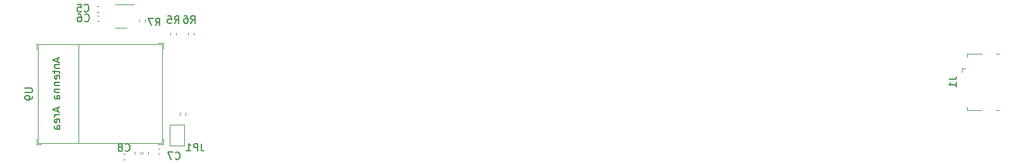
<source format=gbr>
%TF.GenerationSoftware,KiCad,Pcbnew,7.0.9*%
%TF.CreationDate,2024-01-25T00:03:06-08:00*%
%TF.ProjectId,Max7219_FC16,4d617837-3231-4395-9f46-4331362e6b69,rev?*%
%TF.SameCoordinates,Original*%
%TF.FileFunction,Legend,Bot*%
%TF.FilePolarity,Positive*%
%FSLAX46Y46*%
G04 Gerber Fmt 4.6, Leading zero omitted, Abs format (unit mm)*
G04 Created by KiCad (PCBNEW 7.0.9) date 2024-01-25 00:03:06*
%MOMM*%
%LPD*%
G01*
G04 APERTURE LIST*
%ADD10C,0.150000*%
%ADD11C,0.120000*%
G04 APERTURE END LIST*
D10*
X51125333Y-61253019D02*
X51125333Y-61967304D01*
X51125333Y-61967304D02*
X51172952Y-62110161D01*
X51172952Y-62110161D02*
X51268190Y-62205400D01*
X51268190Y-62205400D02*
X51411047Y-62253019D01*
X51411047Y-62253019D02*
X51506285Y-62253019D01*
X50649142Y-62253019D02*
X50649142Y-61253019D01*
X50649142Y-61253019D02*
X50268190Y-61253019D01*
X50268190Y-61253019D02*
X50172952Y-61300638D01*
X50172952Y-61300638D02*
X50125333Y-61348257D01*
X50125333Y-61348257D02*
X50077714Y-61443495D01*
X50077714Y-61443495D02*
X50077714Y-61586352D01*
X50077714Y-61586352D02*
X50125333Y-61681590D01*
X50125333Y-61681590D02*
X50172952Y-61729209D01*
X50172952Y-61729209D02*
X50268190Y-61776828D01*
X50268190Y-61776828D02*
X50649142Y-61776828D01*
X49125333Y-62253019D02*
X49696761Y-62253019D01*
X49411047Y-62253019D02*
X49411047Y-61253019D01*
X49411047Y-61253019D02*
X49506285Y-61395876D01*
X49506285Y-61395876D02*
X49601523Y-61491114D01*
X49601523Y-61491114D02*
X49696761Y-61538733D01*
X151093419Y-52666666D02*
X151807704Y-52666666D01*
X151807704Y-52666666D02*
X151950561Y-52619047D01*
X151950561Y-52619047D02*
X152045800Y-52523809D01*
X152045800Y-52523809D02*
X152093419Y-52380952D01*
X152093419Y-52380952D02*
X152093419Y-52285714D01*
X152093419Y-53666666D02*
X152093419Y-53095238D01*
X152093419Y-53380952D02*
X151093419Y-53380952D01*
X151093419Y-53380952D02*
X151236276Y-53285714D01*
X151236276Y-53285714D02*
X151331514Y-53190476D01*
X151331514Y-53190476D02*
X151379133Y-53095238D01*
X40956466Y-62206580D02*
X41004085Y-62254200D01*
X41004085Y-62254200D02*
X41146942Y-62301819D01*
X41146942Y-62301819D02*
X41242180Y-62301819D01*
X41242180Y-62301819D02*
X41385037Y-62254200D01*
X41385037Y-62254200D02*
X41480275Y-62158961D01*
X41480275Y-62158961D02*
X41527894Y-62063723D01*
X41527894Y-62063723D02*
X41575513Y-61873247D01*
X41575513Y-61873247D02*
X41575513Y-61730390D01*
X41575513Y-61730390D02*
X41527894Y-61539914D01*
X41527894Y-61539914D02*
X41480275Y-61444676D01*
X41480275Y-61444676D02*
X41385037Y-61349438D01*
X41385037Y-61349438D02*
X41242180Y-61301819D01*
X41242180Y-61301819D02*
X41146942Y-61301819D01*
X41146942Y-61301819D02*
X41004085Y-61349438D01*
X41004085Y-61349438D02*
X40956466Y-61397057D01*
X40385037Y-61730390D02*
X40480275Y-61682771D01*
X40480275Y-61682771D02*
X40527894Y-61635152D01*
X40527894Y-61635152D02*
X40575513Y-61539914D01*
X40575513Y-61539914D02*
X40575513Y-61492295D01*
X40575513Y-61492295D02*
X40527894Y-61397057D01*
X40527894Y-61397057D02*
X40480275Y-61349438D01*
X40480275Y-61349438D02*
X40385037Y-61301819D01*
X40385037Y-61301819D02*
X40194561Y-61301819D01*
X40194561Y-61301819D02*
X40099323Y-61349438D01*
X40099323Y-61349438D02*
X40051704Y-61397057D01*
X40051704Y-61397057D02*
X40004085Y-61492295D01*
X40004085Y-61492295D02*
X40004085Y-61539914D01*
X40004085Y-61539914D02*
X40051704Y-61635152D01*
X40051704Y-61635152D02*
X40099323Y-61682771D01*
X40099323Y-61682771D02*
X40194561Y-61730390D01*
X40194561Y-61730390D02*
X40385037Y-61730390D01*
X40385037Y-61730390D02*
X40480275Y-61778009D01*
X40480275Y-61778009D02*
X40527894Y-61825628D01*
X40527894Y-61825628D02*
X40575513Y-61920866D01*
X40575513Y-61920866D02*
X40575513Y-62111342D01*
X40575513Y-62111342D02*
X40527894Y-62206580D01*
X40527894Y-62206580D02*
X40480275Y-62254200D01*
X40480275Y-62254200D02*
X40385037Y-62301819D01*
X40385037Y-62301819D02*
X40194561Y-62301819D01*
X40194561Y-62301819D02*
X40099323Y-62254200D01*
X40099323Y-62254200D02*
X40051704Y-62206580D01*
X40051704Y-62206580D02*
X40004085Y-62111342D01*
X40004085Y-62111342D02*
X40004085Y-61920866D01*
X40004085Y-61920866D02*
X40051704Y-61825628D01*
X40051704Y-61825628D02*
X40099323Y-61778009D01*
X40099323Y-61778009D02*
X40194561Y-61730390D01*
X47664666Y-63300780D02*
X47712285Y-63348400D01*
X47712285Y-63348400D02*
X47855142Y-63396019D01*
X47855142Y-63396019D02*
X47950380Y-63396019D01*
X47950380Y-63396019D02*
X48093237Y-63348400D01*
X48093237Y-63348400D02*
X48188475Y-63253161D01*
X48188475Y-63253161D02*
X48236094Y-63157923D01*
X48236094Y-63157923D02*
X48283713Y-62967447D01*
X48283713Y-62967447D02*
X48283713Y-62824590D01*
X48283713Y-62824590D02*
X48236094Y-62634114D01*
X48236094Y-62634114D02*
X48188475Y-62538876D01*
X48188475Y-62538876D02*
X48093237Y-62443638D01*
X48093237Y-62443638D02*
X47950380Y-62396019D01*
X47950380Y-62396019D02*
X47855142Y-62396019D01*
X47855142Y-62396019D02*
X47712285Y-62443638D01*
X47712285Y-62443638D02*
X47664666Y-62491257D01*
X47331332Y-62396019D02*
X46664666Y-62396019D01*
X46664666Y-62396019D02*
X47093237Y-63396019D01*
X44997666Y-45493019D02*
X45330999Y-45016828D01*
X45569094Y-45493019D02*
X45569094Y-44493019D01*
X45569094Y-44493019D02*
X45188142Y-44493019D01*
X45188142Y-44493019D02*
X45092904Y-44540638D01*
X45092904Y-44540638D02*
X45045285Y-44588257D01*
X45045285Y-44588257D02*
X44997666Y-44683495D01*
X44997666Y-44683495D02*
X44997666Y-44826352D01*
X44997666Y-44826352D02*
X45045285Y-44921590D01*
X45045285Y-44921590D02*
X45092904Y-44969209D01*
X45092904Y-44969209D02*
X45188142Y-45016828D01*
X45188142Y-45016828D02*
X45569094Y-45016828D01*
X44664332Y-44493019D02*
X43997666Y-44493019D01*
X43997666Y-44493019D02*
X44426237Y-45493019D01*
X49722066Y-45158819D02*
X50055399Y-44682628D01*
X50293494Y-45158819D02*
X50293494Y-44158819D01*
X50293494Y-44158819D02*
X49912542Y-44158819D01*
X49912542Y-44158819D02*
X49817304Y-44206438D01*
X49817304Y-44206438D02*
X49769685Y-44254057D01*
X49769685Y-44254057D02*
X49722066Y-44349295D01*
X49722066Y-44349295D02*
X49722066Y-44492152D01*
X49722066Y-44492152D02*
X49769685Y-44587390D01*
X49769685Y-44587390D02*
X49817304Y-44635009D01*
X49817304Y-44635009D02*
X49912542Y-44682628D01*
X49912542Y-44682628D02*
X50293494Y-44682628D01*
X48864923Y-44158819D02*
X49055399Y-44158819D01*
X49055399Y-44158819D02*
X49150637Y-44206438D01*
X49150637Y-44206438D02*
X49198256Y-44254057D01*
X49198256Y-44254057D02*
X49293494Y-44396914D01*
X49293494Y-44396914D02*
X49341113Y-44587390D01*
X49341113Y-44587390D02*
X49341113Y-44968342D01*
X49341113Y-44968342D02*
X49293494Y-45063580D01*
X49293494Y-45063580D02*
X49245875Y-45111200D01*
X49245875Y-45111200D02*
X49150637Y-45158819D01*
X49150637Y-45158819D02*
X48960161Y-45158819D01*
X48960161Y-45158819D02*
X48864923Y-45111200D01*
X48864923Y-45111200D02*
X48817304Y-45063580D01*
X48817304Y-45063580D02*
X48769685Y-44968342D01*
X48769685Y-44968342D02*
X48769685Y-44730247D01*
X48769685Y-44730247D02*
X48817304Y-44635009D01*
X48817304Y-44635009D02*
X48864923Y-44587390D01*
X48864923Y-44587390D02*
X48960161Y-44539771D01*
X48960161Y-44539771D02*
X49150637Y-44539771D01*
X49150637Y-44539771D02*
X49245875Y-44587390D01*
X49245875Y-44587390D02*
X49293494Y-44635009D01*
X49293494Y-44635009D02*
X49341113Y-44730247D01*
X47537666Y-45184219D02*
X47870999Y-44708028D01*
X48109094Y-45184219D02*
X48109094Y-44184219D01*
X48109094Y-44184219D02*
X47728142Y-44184219D01*
X47728142Y-44184219D02*
X47632904Y-44231838D01*
X47632904Y-44231838D02*
X47585285Y-44279457D01*
X47585285Y-44279457D02*
X47537666Y-44374695D01*
X47537666Y-44374695D02*
X47537666Y-44517552D01*
X47537666Y-44517552D02*
X47585285Y-44612790D01*
X47585285Y-44612790D02*
X47632904Y-44660409D01*
X47632904Y-44660409D02*
X47728142Y-44708028D01*
X47728142Y-44708028D02*
X48109094Y-44708028D01*
X46632904Y-44184219D02*
X47109094Y-44184219D01*
X47109094Y-44184219D02*
X47156713Y-44660409D01*
X47156713Y-44660409D02*
X47109094Y-44612790D01*
X47109094Y-44612790D02*
X47013856Y-44565171D01*
X47013856Y-44565171D02*
X46775761Y-44565171D01*
X46775761Y-44565171D02*
X46680523Y-44612790D01*
X46680523Y-44612790D02*
X46632904Y-44660409D01*
X46632904Y-44660409D02*
X46585285Y-44755647D01*
X46585285Y-44755647D02*
X46585285Y-44993742D01*
X46585285Y-44993742D02*
X46632904Y-45088980D01*
X46632904Y-45088980D02*
X46680523Y-45136600D01*
X46680523Y-45136600D02*
X46775761Y-45184219D01*
X46775761Y-45184219D02*
X47013856Y-45184219D01*
X47013856Y-45184219D02*
X47109094Y-45136600D01*
X47109094Y-45136600D02*
X47156713Y-45088980D01*
X35518266Y-44860380D02*
X35565885Y-44908000D01*
X35565885Y-44908000D02*
X35708742Y-44955619D01*
X35708742Y-44955619D02*
X35803980Y-44955619D01*
X35803980Y-44955619D02*
X35946837Y-44908000D01*
X35946837Y-44908000D02*
X36042075Y-44812761D01*
X36042075Y-44812761D02*
X36089694Y-44717523D01*
X36089694Y-44717523D02*
X36137313Y-44527047D01*
X36137313Y-44527047D02*
X36137313Y-44384190D01*
X36137313Y-44384190D02*
X36089694Y-44193714D01*
X36089694Y-44193714D02*
X36042075Y-44098476D01*
X36042075Y-44098476D02*
X35946837Y-44003238D01*
X35946837Y-44003238D02*
X35803980Y-43955619D01*
X35803980Y-43955619D02*
X35708742Y-43955619D01*
X35708742Y-43955619D02*
X35565885Y-44003238D01*
X35565885Y-44003238D02*
X35518266Y-44050857D01*
X34661123Y-43955619D02*
X34851599Y-43955619D01*
X34851599Y-43955619D02*
X34946837Y-44003238D01*
X34946837Y-44003238D02*
X34994456Y-44050857D01*
X34994456Y-44050857D02*
X35089694Y-44193714D01*
X35089694Y-44193714D02*
X35137313Y-44384190D01*
X35137313Y-44384190D02*
X35137313Y-44765142D01*
X35137313Y-44765142D02*
X35089694Y-44860380D01*
X35089694Y-44860380D02*
X35042075Y-44908000D01*
X35042075Y-44908000D02*
X34946837Y-44955619D01*
X34946837Y-44955619D02*
X34756361Y-44955619D01*
X34756361Y-44955619D02*
X34661123Y-44908000D01*
X34661123Y-44908000D02*
X34613504Y-44860380D01*
X34613504Y-44860380D02*
X34565885Y-44765142D01*
X34565885Y-44765142D02*
X34565885Y-44527047D01*
X34565885Y-44527047D02*
X34613504Y-44431809D01*
X34613504Y-44431809D02*
X34661123Y-44384190D01*
X34661123Y-44384190D02*
X34756361Y-44336571D01*
X34756361Y-44336571D02*
X34946837Y-44336571D01*
X34946837Y-44336571D02*
X35042075Y-44384190D01*
X35042075Y-44384190D02*
X35089694Y-44431809D01*
X35089694Y-44431809D02*
X35137313Y-44527047D01*
X35467466Y-43539580D02*
X35515085Y-43587200D01*
X35515085Y-43587200D02*
X35657942Y-43634819D01*
X35657942Y-43634819D02*
X35753180Y-43634819D01*
X35753180Y-43634819D02*
X35896037Y-43587200D01*
X35896037Y-43587200D02*
X35991275Y-43491961D01*
X35991275Y-43491961D02*
X36038894Y-43396723D01*
X36038894Y-43396723D02*
X36086513Y-43206247D01*
X36086513Y-43206247D02*
X36086513Y-43063390D01*
X36086513Y-43063390D02*
X36038894Y-42872914D01*
X36038894Y-42872914D02*
X35991275Y-42777676D01*
X35991275Y-42777676D02*
X35896037Y-42682438D01*
X35896037Y-42682438D02*
X35753180Y-42634819D01*
X35753180Y-42634819D02*
X35657942Y-42634819D01*
X35657942Y-42634819D02*
X35515085Y-42682438D01*
X35515085Y-42682438D02*
X35467466Y-42730057D01*
X34562704Y-42634819D02*
X35038894Y-42634819D01*
X35038894Y-42634819D02*
X35086513Y-43111009D01*
X35086513Y-43111009D02*
X35038894Y-43063390D01*
X35038894Y-43063390D02*
X34943656Y-43015771D01*
X34943656Y-43015771D02*
X34705561Y-43015771D01*
X34705561Y-43015771D02*
X34610323Y-43063390D01*
X34610323Y-43063390D02*
X34562704Y-43111009D01*
X34562704Y-43111009D02*
X34515085Y-43206247D01*
X34515085Y-43206247D02*
X34515085Y-43444342D01*
X34515085Y-43444342D02*
X34562704Y-43539580D01*
X34562704Y-43539580D02*
X34610323Y-43587200D01*
X34610323Y-43587200D02*
X34705561Y-43634819D01*
X34705561Y-43634819D02*
X34943656Y-43634819D01*
X34943656Y-43634819D02*
X35038894Y-43587200D01*
X35038894Y-43587200D02*
X35086513Y-43539580D01*
X27546819Y-53838095D02*
X28356342Y-53838095D01*
X28356342Y-53838095D02*
X28451580Y-53885714D01*
X28451580Y-53885714D02*
X28499200Y-53933333D01*
X28499200Y-53933333D02*
X28546819Y-54028571D01*
X28546819Y-54028571D02*
X28546819Y-54219047D01*
X28546819Y-54219047D02*
X28499200Y-54314285D01*
X28499200Y-54314285D02*
X28451580Y-54361904D01*
X28451580Y-54361904D02*
X28356342Y-54409523D01*
X28356342Y-54409523D02*
X27546819Y-54409523D01*
X28546819Y-54933333D02*
X28546819Y-55123809D01*
X28546819Y-55123809D02*
X28499200Y-55219047D01*
X28499200Y-55219047D02*
X28451580Y-55266666D01*
X28451580Y-55266666D02*
X28308723Y-55361904D01*
X28308723Y-55361904D02*
X28118247Y-55409523D01*
X28118247Y-55409523D02*
X27737295Y-55409523D01*
X27737295Y-55409523D02*
X27642057Y-55361904D01*
X27642057Y-55361904D02*
X27594438Y-55314285D01*
X27594438Y-55314285D02*
X27546819Y-55219047D01*
X27546819Y-55219047D02*
X27546819Y-55028571D01*
X27546819Y-55028571D02*
X27594438Y-54933333D01*
X27594438Y-54933333D02*
X27642057Y-54885714D01*
X27642057Y-54885714D02*
X27737295Y-54838095D01*
X27737295Y-54838095D02*
X27975390Y-54838095D01*
X27975390Y-54838095D02*
X28070628Y-54885714D01*
X28070628Y-54885714D02*
X28118247Y-54933333D01*
X28118247Y-54933333D02*
X28165866Y-55028571D01*
X28165866Y-55028571D02*
X28165866Y-55219047D01*
X28165866Y-55219047D02*
X28118247Y-55314285D01*
X28118247Y-55314285D02*
X28070628Y-55361904D01*
X28070628Y-55361904D02*
X27975390Y-55409523D01*
X31911104Y-49838094D02*
X31911104Y-50314284D01*
X32196819Y-49742856D02*
X31196819Y-50076189D01*
X31196819Y-50076189D02*
X32196819Y-50409522D01*
X31530152Y-50742856D02*
X32196819Y-50742856D01*
X31625390Y-50742856D02*
X31577771Y-50790475D01*
X31577771Y-50790475D02*
X31530152Y-50885713D01*
X31530152Y-50885713D02*
X31530152Y-51028570D01*
X31530152Y-51028570D02*
X31577771Y-51123808D01*
X31577771Y-51123808D02*
X31673009Y-51171427D01*
X31673009Y-51171427D02*
X32196819Y-51171427D01*
X31530152Y-51504761D02*
X31530152Y-51885713D01*
X31196819Y-51647618D02*
X32053961Y-51647618D01*
X32053961Y-51647618D02*
X32149200Y-51695237D01*
X32149200Y-51695237D02*
X32196819Y-51790475D01*
X32196819Y-51790475D02*
X32196819Y-51885713D01*
X32149200Y-52599999D02*
X32196819Y-52504761D01*
X32196819Y-52504761D02*
X32196819Y-52314285D01*
X32196819Y-52314285D02*
X32149200Y-52219047D01*
X32149200Y-52219047D02*
X32053961Y-52171428D01*
X32053961Y-52171428D02*
X31673009Y-52171428D01*
X31673009Y-52171428D02*
X31577771Y-52219047D01*
X31577771Y-52219047D02*
X31530152Y-52314285D01*
X31530152Y-52314285D02*
X31530152Y-52504761D01*
X31530152Y-52504761D02*
X31577771Y-52599999D01*
X31577771Y-52599999D02*
X31673009Y-52647618D01*
X31673009Y-52647618D02*
X31768247Y-52647618D01*
X31768247Y-52647618D02*
X31863485Y-52171428D01*
X31530152Y-53076190D02*
X32196819Y-53076190D01*
X31625390Y-53076190D02*
X31577771Y-53123809D01*
X31577771Y-53123809D02*
X31530152Y-53219047D01*
X31530152Y-53219047D02*
X31530152Y-53361904D01*
X31530152Y-53361904D02*
X31577771Y-53457142D01*
X31577771Y-53457142D02*
X31673009Y-53504761D01*
X31673009Y-53504761D02*
X32196819Y-53504761D01*
X31530152Y-53980952D02*
X32196819Y-53980952D01*
X31625390Y-53980952D02*
X31577771Y-54028571D01*
X31577771Y-54028571D02*
X31530152Y-54123809D01*
X31530152Y-54123809D02*
X31530152Y-54266666D01*
X31530152Y-54266666D02*
X31577771Y-54361904D01*
X31577771Y-54361904D02*
X31673009Y-54409523D01*
X31673009Y-54409523D02*
X32196819Y-54409523D01*
X32196819Y-55314285D02*
X31673009Y-55314285D01*
X31673009Y-55314285D02*
X31577771Y-55266666D01*
X31577771Y-55266666D02*
X31530152Y-55171428D01*
X31530152Y-55171428D02*
X31530152Y-54980952D01*
X31530152Y-54980952D02*
X31577771Y-54885714D01*
X32149200Y-55314285D02*
X32196819Y-55219047D01*
X32196819Y-55219047D02*
X32196819Y-54980952D01*
X32196819Y-54980952D02*
X32149200Y-54885714D01*
X32149200Y-54885714D02*
X32053961Y-54838095D01*
X32053961Y-54838095D02*
X31958723Y-54838095D01*
X31958723Y-54838095D02*
X31863485Y-54885714D01*
X31863485Y-54885714D02*
X31815866Y-54980952D01*
X31815866Y-54980952D02*
X31815866Y-55219047D01*
X31815866Y-55219047D02*
X31768247Y-55314285D01*
X31911104Y-56504762D02*
X31911104Y-56980952D01*
X32196819Y-56409524D02*
X31196819Y-56742857D01*
X31196819Y-56742857D02*
X32196819Y-57076190D01*
X32196819Y-57409524D02*
X31530152Y-57409524D01*
X31720628Y-57409524D02*
X31625390Y-57457143D01*
X31625390Y-57457143D02*
X31577771Y-57504762D01*
X31577771Y-57504762D02*
X31530152Y-57600000D01*
X31530152Y-57600000D02*
X31530152Y-57695238D01*
X32149200Y-58409524D02*
X32196819Y-58314286D01*
X32196819Y-58314286D02*
X32196819Y-58123810D01*
X32196819Y-58123810D02*
X32149200Y-58028572D01*
X32149200Y-58028572D02*
X32053961Y-57980953D01*
X32053961Y-57980953D02*
X31673009Y-57980953D01*
X31673009Y-57980953D02*
X31577771Y-58028572D01*
X31577771Y-58028572D02*
X31530152Y-58123810D01*
X31530152Y-58123810D02*
X31530152Y-58314286D01*
X31530152Y-58314286D02*
X31577771Y-58409524D01*
X31577771Y-58409524D02*
X31673009Y-58457143D01*
X31673009Y-58457143D02*
X31768247Y-58457143D01*
X31768247Y-58457143D02*
X31863485Y-57980953D01*
X32196819Y-59314286D02*
X31673009Y-59314286D01*
X31673009Y-59314286D02*
X31577771Y-59266667D01*
X31577771Y-59266667D02*
X31530152Y-59171429D01*
X31530152Y-59171429D02*
X31530152Y-58980953D01*
X31530152Y-58980953D02*
X31577771Y-58885715D01*
X32149200Y-59314286D02*
X32196819Y-59219048D01*
X32196819Y-59219048D02*
X32196819Y-58980953D01*
X32196819Y-58980953D02*
X32149200Y-58885715D01*
X32149200Y-58885715D02*
X32053961Y-58838096D01*
X32053961Y-58838096D02*
X31958723Y-58838096D01*
X31958723Y-58838096D02*
X31863485Y-58885715D01*
X31863485Y-58885715D02*
X31815866Y-58980953D01*
X31815866Y-58980953D02*
X31815866Y-59219048D01*
X31815866Y-59219048D02*
X31768247Y-59314286D01*
D11*
%TO.C,R10*%
X48286400Y-57140359D02*
X48286400Y-57447641D01*
X49046400Y-57140359D02*
X49046400Y-57447641D01*
%TO.C,JP1*%
X48879000Y-61521800D02*
X48879000Y-58721800D01*
X48879000Y-58721800D02*
X46879000Y-58721800D01*
X46879000Y-58721800D02*
X46879000Y-61521800D01*
X46879000Y-61521800D02*
X48879000Y-61521800D01*
%TO.C,R9*%
X42266600Y-62368759D02*
X42266600Y-62676041D01*
X43026600Y-62368759D02*
X43026600Y-62676041D01*
%TO.C,R8*%
X43257200Y-62370759D02*
X43257200Y-62678041D01*
X44017200Y-62370759D02*
X44017200Y-62678041D01*
%TO.C,J1*%
X153478600Y-49240000D02*
X153478600Y-49660000D01*
X155458600Y-49240000D02*
X153478600Y-49240000D01*
X155458600Y-56760000D02*
X153478600Y-56760000D01*
X157428600Y-56760000D02*
X157828600Y-56760000D01*
X157828600Y-49240000D02*
X157428600Y-49240000D01*
X153248600Y-51240000D02*
X152798600Y-51240000D01*
X153478600Y-56760000D02*
X153478600Y-56340000D01*
X152798600Y-51690000D02*
X152798600Y-51240000D01*
%TO.C,C8*%
X40897636Y-63367000D02*
X40681964Y-63367000D01*
X40897636Y-62647000D02*
X40681964Y-62647000D01*
%TO.C,C7*%
X45576436Y-61935800D02*
X45360764Y-61935800D01*
X45576436Y-62655800D02*
X45360764Y-62655800D01*
%TO.C,U10*%
X40380500Y-45791600D02*
X41180500Y-45791600D01*
X40380500Y-42671600D02*
X42180500Y-42671600D01*
X40380500Y-42671600D02*
X39580500Y-42671600D01*
X40380500Y-45791600D02*
X39580500Y-45791600D01*
%TO.C,R7*%
X42876200Y-44653959D02*
X42876200Y-44961241D01*
X43636200Y-44653959D02*
X43636200Y-44961241D01*
%TO.C,R6*%
X49378600Y-46445359D02*
X49378600Y-46752641D01*
X50138600Y-46445359D02*
X50138600Y-46752641D01*
%TO.C,R5*%
X47725600Y-46453359D02*
X47725600Y-46760641D01*
X46965600Y-46453359D02*
X46965600Y-46760641D01*
%TO.C,C6*%
X37227564Y-44860800D02*
X37443236Y-44860800D01*
X37227564Y-44140800D02*
X37443236Y-44140800D01*
%TO.C,C5*%
X37176764Y-43641600D02*
X37392436Y-43641600D01*
X37176764Y-42921600D02*
X37392436Y-42921600D01*
%TO.C,U9*%
X46092000Y-47800000D02*
X46092000Y-48600000D01*
X45292000Y-47800000D02*
X46092000Y-47800000D01*
X45892000Y-48000000D02*
X29292000Y-48000000D01*
X34692000Y-48000000D02*
X34692000Y-61200000D01*
X29292000Y-48000000D02*
X29292000Y-61200000D01*
X29092000Y-48675000D02*
X29092000Y-47825000D01*
X29092000Y-60650000D02*
X29092000Y-61400000D01*
X45892000Y-61200000D02*
X45892000Y-48000000D01*
X29292000Y-61200000D02*
X45892000Y-61200000D01*
X46092000Y-61400000D02*
X46092000Y-60600000D01*
X45292000Y-61400000D02*
X46092000Y-61400000D01*
X29092000Y-61400000D02*
X29692000Y-61400000D01*
%TD*%
M02*

</source>
